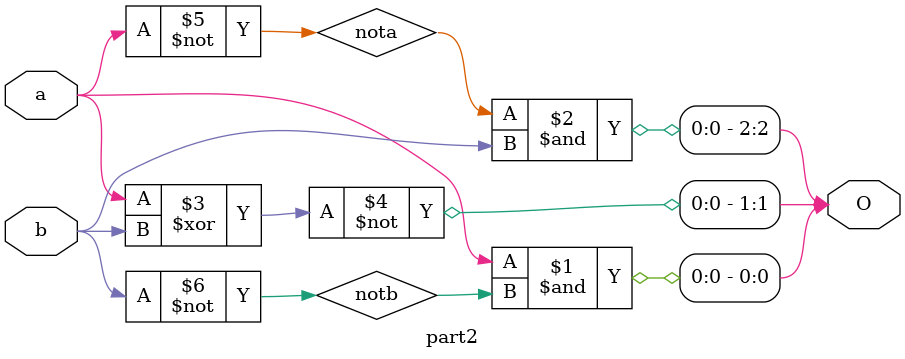
<source format=v>
module part2(
    input a,
    input b,
    output [2:0] O
);

    wire nota, notb;
    not not_1(nota, a);
    not not_2(notb, b);

    and and_1(O[0], a, notb);
    and and_2(O[2], nota, b);
    xnor xnor_1(O[1], a, b);

endmodule

</source>
